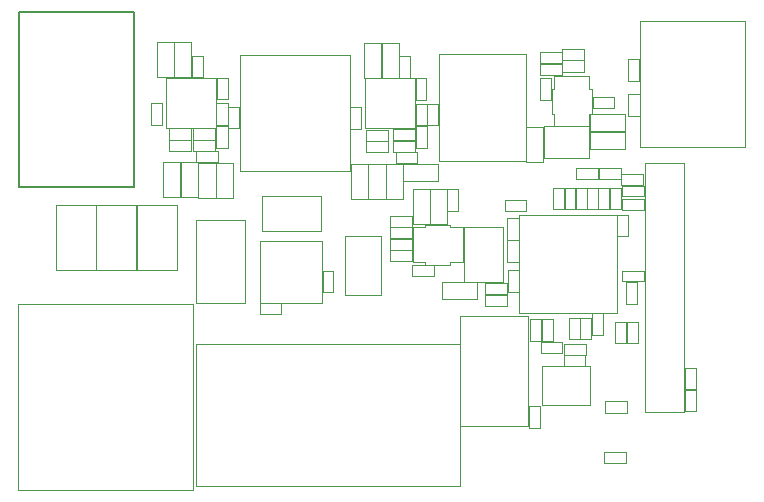
<source format=gbr>
%TF.GenerationSoftware,KiCad,Pcbnew,8.99.0-3334-g98ae574c78*%
%TF.CreationDate,2024-12-15T17:17:25-05:00*%
%TF.ProjectId,SmartPowerBoard,536d6172-7450-46f7-9765-72426f617264,rev?*%
%TF.SameCoordinates,Original*%
%TF.FileFunction,Other,User*%
%FSLAX46Y46*%
G04 Gerber Fmt 4.6, Leading zero omitted, Abs format (unit mm)*
G04 Created by KiCad (PCBNEW 8.99.0-3334-g98ae574c78) date 2024-12-15 17:17:25*
%MOMM*%
%LPD*%
G01*
G04 APERTURE LIST*
%ADD10C,0.050000*%
%ADD11C,0.100000*%
%ADD12C,0.127000*%
G04 APERTURE END LIST*
D10*
%TO.C,C27*%
X149060000Y-82780000D02*
X147240000Y-82780000D01*
X149060000Y-81860000D02*
X149060000Y-82780000D01*
X147240000Y-82780000D02*
X147240000Y-81860000D01*
X147240000Y-81860000D02*
X149060000Y-81860000D01*
%TO.C,C6*%
X165930000Y-82860000D02*
X164110000Y-82860000D01*
X165930000Y-81940000D02*
X165930000Y-82860000D01*
X164110000Y-82860000D02*
X164110000Y-81940000D01*
X164110000Y-81940000D02*
X165930000Y-81940000D01*
%TO.C,R10*%
X183828750Y-77027500D02*
X184768750Y-77027500D01*
X183828750Y-78887500D02*
X183828750Y-77027500D01*
X184768750Y-77027500D02*
X184768750Y-78887500D01*
X184768750Y-78887500D02*
X183828750Y-78887500D01*
%TO.C,R2*%
X161610000Y-81020000D02*
X163470000Y-81020000D01*
X161610000Y-81960000D02*
X161610000Y-81020000D01*
X163470000Y-81020000D02*
X163470000Y-81960000D01*
X163470000Y-81960000D02*
X161610000Y-81960000D01*
%TO.C,U5*%
X144640000Y-75645000D02*
X148890000Y-75645000D01*
X144640000Y-79895000D02*
X144640000Y-75645000D01*
X148890000Y-75645000D02*
X148890000Y-79895000D01*
X148890000Y-79895000D02*
X144640000Y-79895000D01*
%TO.C,R20*%
X171685000Y-93030000D02*
X173545000Y-93030000D01*
X171685000Y-93970000D02*
X171685000Y-93030000D01*
X173545000Y-93030000D02*
X173545000Y-93970000D01*
X173545000Y-93970000D02*
X171685000Y-93970000D01*
%TO.C,C24*%
X146915000Y-73770000D02*
X147835000Y-73770000D01*
X146915000Y-75590000D02*
X146915000Y-73770000D01*
X147835000Y-73770000D02*
X147835000Y-75590000D01*
X147835000Y-75590000D02*
X146915000Y-75590000D01*
%TO.C,C32*%
X180820000Y-77265000D02*
X182640000Y-77265000D01*
X180820000Y-78185000D02*
X180820000Y-77265000D01*
X182640000Y-77265000D02*
X182640000Y-78185000D01*
X182640000Y-78185000D02*
X180820000Y-78185000D01*
%TO.C,R19*%
X178350000Y-98180000D02*
X180210000Y-98180000D01*
X178350000Y-99120000D02*
X178350000Y-98180000D01*
X180210000Y-98180000D02*
X180210000Y-99120000D01*
X180210000Y-99120000D02*
X178350000Y-99120000D01*
%TO.C,R26*%
X148945000Y-77800000D02*
X149885000Y-77800000D01*
X148945000Y-79660000D02*
X148945000Y-77800000D01*
X149885000Y-77800000D02*
X149885000Y-79660000D01*
X149885000Y-79660000D02*
X148945000Y-79660000D01*
%TO.C,C45*%
X165540000Y-91515000D02*
X167360000Y-91515000D01*
X165540000Y-92435000D02*
X165540000Y-91515000D01*
X167360000Y-91515000D02*
X167360000Y-92435000D01*
X167360000Y-92435000D02*
X165540000Y-92435000D01*
%TO.C,L1*%
X167750000Y-73625000D02*
X175150000Y-73625000D01*
X167750000Y-82675000D02*
X167750000Y-73625000D01*
X175150000Y-73625000D02*
X175150000Y-82675000D01*
X175150000Y-82675000D02*
X167750000Y-82675000D01*
%TO.C,C36*%
X178415000Y-84935000D02*
X179335000Y-84935000D01*
X178415000Y-86755000D02*
X178415000Y-84935000D01*
X179335000Y-84935000D02*
X179335000Y-86755000D01*
X179335000Y-86755000D02*
X178415000Y-86755000D01*
%TO.C,C30*%
X145920000Y-82800000D02*
X147380000Y-82800000D01*
X145920000Y-85760000D02*
X145920000Y-82800000D01*
X147380000Y-82800000D02*
X147380000Y-85760000D01*
X147380000Y-85760000D02*
X145920000Y-85760000D01*
%TO.C,C37*%
X179365000Y-84935000D02*
X180285000Y-84935000D01*
X179365000Y-86755000D02*
X179365000Y-84935000D01*
X180285000Y-84935000D02*
X180285000Y-86755000D01*
X180285000Y-86755000D02*
X179365000Y-86755000D01*
%TO.C,U8*%
X165550000Y-88280000D02*
X165550000Y-91270000D01*
X165550000Y-91270000D02*
X166630000Y-91270000D01*
X166630000Y-88075000D02*
X166630000Y-88280000D01*
X166630000Y-88280000D02*
X165550000Y-88280000D01*
X166630000Y-91270000D02*
X166630000Y-91475000D01*
X166630000Y-91475000D02*
X168730000Y-91475000D01*
X168730000Y-88075000D02*
X166630000Y-88075000D01*
X168730000Y-88280000D02*
X168730000Y-88075000D01*
X168730000Y-91270000D02*
X169810000Y-91270000D01*
X168730000Y-91475000D02*
X168730000Y-91270000D01*
X169810000Y-88280000D02*
X168730000Y-88280000D01*
X169810000Y-91270000D02*
X169810000Y-88280000D01*
%TO.C,R34*%
X175505000Y-96085000D02*
X176445000Y-96085000D01*
X175505000Y-97945000D02*
X175505000Y-96085000D01*
X176445000Y-96085000D02*
X176445000Y-97945000D01*
X176445000Y-97945000D02*
X175505000Y-97945000D01*
%TO.C,C31*%
X144420000Y-82800000D02*
X145880000Y-82800000D01*
X144420000Y-85760000D02*
X144420000Y-82800000D01*
X145880000Y-82800000D02*
X145880000Y-85760000D01*
X145880000Y-85760000D02*
X144420000Y-85760000D01*
%TO.C,C12*%
X180335000Y-84937500D02*
X181255000Y-84937500D01*
X180335000Y-86757500D02*
X180335000Y-84937500D01*
X181255000Y-84937500D02*
X181255000Y-86757500D01*
X181255000Y-86757500D02*
X180335000Y-86757500D01*
%TO.C,C28*%
X148920000Y-82825000D02*
X150380000Y-82825000D01*
X148920000Y-85785000D02*
X148920000Y-82825000D01*
X150380000Y-82825000D02*
X150380000Y-85785000D01*
X150380000Y-85785000D02*
X148920000Y-85785000D01*
%TO.C,R1*%
X161610000Y-80030000D02*
X163470000Y-80030000D01*
X161610000Y-80970000D02*
X161610000Y-80030000D01*
X163470000Y-80030000D02*
X163470000Y-80970000D01*
X163470000Y-80970000D02*
X161610000Y-80970000D01*
%TO.C,C5*%
X165804663Y-75686885D02*
X166724663Y-75686885D01*
X165804663Y-77506885D02*
X165804663Y-75686885D01*
X166724663Y-75686885D02*
X166724663Y-77506885D01*
X166724663Y-77506885D02*
X165804663Y-77506885D01*
%TO.C,R33*%
X163645000Y-88305000D02*
X165505000Y-88305000D01*
X163645000Y-89245000D02*
X163645000Y-88305000D01*
X165505000Y-88305000D02*
X165505000Y-89245000D01*
X165505000Y-89245000D02*
X163645000Y-89245000D01*
%TO.C,J6*%
X132185000Y-94830000D02*
X146965000Y-94830000D01*
X132185000Y-110520000D02*
X132185000Y-94830000D01*
X146965000Y-94830000D02*
X146965000Y-110520000D01*
X146965000Y-110520000D02*
X132185000Y-110520000D01*
%TO.C,U1*%
X152632500Y-89445000D02*
X152632500Y-94705000D01*
X152632500Y-94705000D02*
X157892500Y-94705000D01*
X157892500Y-89445000D02*
X152632500Y-89445000D01*
X157892500Y-94705000D02*
X157892500Y-89445000D01*
%TO.C,C52*%
X188615000Y-100195000D02*
X188615000Y-102015000D01*
X188615000Y-102015000D02*
X189535000Y-102015000D01*
X189535000Y-100195000D02*
X188615000Y-100195000D01*
X189535000Y-102015000D02*
X189535000Y-100195000D01*
%TO.C,C2*%
X162920000Y-72670000D02*
X164380000Y-72670000D01*
X162920000Y-75630000D02*
X162920000Y-72670000D01*
X164380000Y-72670000D02*
X164380000Y-75630000D01*
X164380000Y-75630000D02*
X162920000Y-75630000D01*
%TO.C,U9*%
X188570000Y-82865000D02*
X185210000Y-82865000D01*
X185210000Y-103975000D01*
X188570000Y-103975000D01*
X188570000Y-82865000D01*
%TO.C,R3*%
X165805000Y-77820000D02*
X166745000Y-77820000D01*
X165805000Y-79680000D02*
X165805000Y-77820000D01*
X166745000Y-77820000D02*
X166745000Y-79680000D01*
X166745000Y-79680000D02*
X165805000Y-79680000D01*
D11*
%TO.C,J7*%
X147220000Y-98200000D02*
X169540000Y-98200000D01*
X147220000Y-110200000D02*
X147220000Y-98200000D01*
X169540000Y-98200000D02*
X169540000Y-110200000D01*
X169540000Y-110200000D02*
X147220000Y-110200000D01*
D10*
%TO.C,C34*%
X176390000Y-98040000D02*
X178210000Y-98040000D01*
X176390000Y-98960000D02*
X176390000Y-98040000D01*
X178210000Y-98040000D02*
X178210000Y-98960000D01*
X178210000Y-98960000D02*
X176390000Y-98960000D01*
%TO.C,R11*%
X183803750Y-74077500D02*
X184743750Y-74077500D01*
X183803750Y-75937500D02*
X183803750Y-74077500D01*
X184743750Y-74077500D02*
X184743750Y-75937500D01*
X184743750Y-75937500D02*
X183803750Y-75937500D01*
%TO.C,C50*%
X183215000Y-83765000D02*
X183215000Y-84685000D01*
X183215000Y-84685000D02*
X185035000Y-84685000D01*
X185035000Y-83765000D02*
X183215000Y-83765000D01*
X185035000Y-84685000D02*
X185035000Y-83765000D01*
%TO.C,C12*%
X179760000Y-95947500D02*
X180680000Y-95947500D01*
X179760000Y-97767500D02*
X179760000Y-95947500D01*
X180680000Y-95947500D02*
X180680000Y-97767500D01*
X180680000Y-97767500D02*
X179760000Y-97767500D01*
%TO.C,SW1*%
X138775000Y-86425000D02*
X142175000Y-86425000D01*
X138775000Y-91925000D02*
X138775000Y-86425000D01*
X142175000Y-86425000D02*
X142175000Y-91925000D01*
X142175000Y-91925000D02*
X138775000Y-91925000D01*
%TO.C,R12*%
X178230000Y-74175000D02*
X180090000Y-74175000D01*
X178230000Y-75115000D02*
X178230000Y-74175000D01*
X180090000Y-74175000D02*
X180090000Y-75115000D01*
X180090000Y-75115000D02*
X178230000Y-75115000D01*
%TO.C,C20*%
X180545000Y-78695000D02*
X183505000Y-78695000D01*
X180545000Y-80155000D02*
X180545000Y-78695000D01*
X183505000Y-78695000D02*
X183505000Y-80155000D01*
X183505000Y-80155000D02*
X180545000Y-80155000D01*
%TO.C,R43*%
X183245000Y-85880000D02*
X183245000Y-86820000D01*
X183245000Y-86820000D02*
X185105000Y-86820000D01*
X185105000Y-85880000D02*
X183245000Y-85880000D01*
X185105000Y-86820000D02*
X185105000Y-85880000D01*
D12*
%TO.C,J1*%
X132265358Y-70110000D02*
X132265358Y-84890001D01*
X132265358Y-84890001D02*
X141955343Y-84890001D01*
X141955343Y-70110000D02*
X132265358Y-70110000D01*
X141955343Y-84890001D02*
X141955343Y-70110000D01*
D10*
%TO.C,R14*%
X147235000Y-87705000D02*
X151335000Y-87705000D01*
X147235000Y-94705000D02*
X147235000Y-87705000D01*
X151335000Y-87705000D02*
X151335000Y-94705000D01*
X151335000Y-94705000D02*
X147235000Y-94705000D01*
D11*
%TO.C,L2*%
X150925000Y-73750000D02*
X160225000Y-73750000D01*
X150925000Y-83550000D02*
X150925000Y-73750000D01*
X160225000Y-73750000D02*
X160225000Y-83550000D01*
X160225000Y-83550000D02*
X150925000Y-83550000D01*
D10*
%TO.C,C19*%
X180545000Y-80195000D02*
X183505000Y-80195000D01*
X180545000Y-81655000D02*
X180545000Y-80195000D01*
X183505000Y-80195000D02*
X183505000Y-81655000D01*
X183505000Y-81655000D02*
X180545000Y-81655000D01*
%TO.C,C1*%
X161420000Y-72670000D02*
X162880000Y-72670000D01*
X161420000Y-75630000D02*
X161420000Y-72670000D01*
X162880000Y-72670000D02*
X162880000Y-75630000D01*
X162880000Y-75630000D02*
X161420000Y-75630000D01*
%TO.C,R21*%
X171685000Y-94005000D02*
X173545000Y-94005000D01*
X171685000Y-94945000D02*
X171685000Y-94005000D01*
X173545000Y-94005000D02*
X173545000Y-94945000D01*
X173545000Y-94945000D02*
X171685000Y-94945000D01*
%TO.C,C49*%
X183290000Y-84765000D02*
X183290000Y-85685000D01*
X183290000Y-85685000D02*
X185110000Y-85685000D01*
X185110000Y-84765000D02*
X183290000Y-84765000D01*
X185110000Y-85685000D02*
X185110000Y-84765000D01*
%TO.C,R4*%
X165805000Y-79730000D02*
X166745000Y-79730000D01*
X165805000Y-81590000D02*
X165805000Y-79730000D01*
X166745000Y-79730000D02*
X166745000Y-81590000D01*
X166745000Y-81590000D02*
X165805000Y-81590000D01*
%TO.C,R37*%
X173580000Y-87505000D02*
X174520000Y-87505000D01*
X173580000Y-89365000D02*
X173580000Y-87505000D01*
X174520000Y-87505000D02*
X174520000Y-89365000D01*
X174520000Y-89365000D02*
X173580000Y-89365000D01*
%TO.C,C17*%
X176325000Y-75695000D02*
X177245000Y-75695000D01*
X176325000Y-77515000D02*
X176325000Y-75695000D01*
X177245000Y-75695000D02*
X177245000Y-77515000D01*
X177245000Y-77515000D02*
X176325000Y-77515000D01*
%TO.C,C14*%
X181290000Y-84940000D02*
X182210000Y-84940000D01*
X181290000Y-86760000D02*
X181290000Y-84940000D01*
X182210000Y-84940000D02*
X182210000Y-86760000D01*
X182210000Y-86760000D02*
X181290000Y-86760000D01*
%TO.C,C46*%
X168045000Y-92920000D02*
X171005000Y-92920000D01*
X168045000Y-94380000D02*
X168045000Y-92920000D01*
X171005000Y-92920000D02*
X171005000Y-94380000D01*
X171005000Y-94380000D02*
X168045000Y-94380000D01*
%TO.C,C43*%
X167020000Y-85095000D02*
X168480000Y-85095000D01*
X167020000Y-88055000D02*
X167020000Y-85095000D01*
X168480000Y-85095000D02*
X168480000Y-88055000D01*
X168480000Y-88055000D02*
X167020000Y-88055000D01*
%TO.C,C33*%
X178348750Y-99140000D02*
X180168750Y-99140000D01*
X178348750Y-100060000D02*
X178348750Y-99140000D01*
X180168750Y-99140000D02*
X180168750Y-100060000D01*
X180168750Y-100060000D02*
X178348750Y-100060000D01*
%TO.C,C22*%
X145370000Y-72645000D02*
X146830000Y-72645000D01*
X145370000Y-75605000D02*
X145370000Y-72645000D01*
X146830000Y-72645000D02*
X146830000Y-75605000D01*
X146830000Y-75605000D02*
X145370000Y-75605000D01*
%TO.C,R35*%
X176505000Y-96085000D02*
X177445000Y-96085000D01*
X176505000Y-97945000D02*
X176505000Y-96085000D01*
X177445000Y-96085000D02*
X177445000Y-97945000D01*
X177445000Y-97945000D02*
X176505000Y-97945000D01*
%TO.C,R31*%
X163645000Y-89280000D02*
X165505000Y-89280000D01*
X163645000Y-90220000D02*
X163645000Y-89280000D01*
X165505000Y-89280000D02*
X165505000Y-90220000D01*
X165505000Y-90220000D02*
X163645000Y-90220000D01*
%TO.C,U2*%
X177325000Y-76570000D02*
X177325000Y-78670000D01*
X177325000Y-78670000D02*
X177530000Y-78670000D01*
X177530000Y-75490000D02*
X177530000Y-76570000D01*
X177530000Y-76570000D02*
X177325000Y-76570000D01*
X177530000Y-78670000D02*
X177530000Y-79750000D01*
X177530000Y-79750000D02*
X180520000Y-79750000D01*
X180520000Y-75490000D02*
X177530000Y-75490000D01*
X180520000Y-76570000D02*
X180520000Y-75490000D01*
X180520000Y-78670000D02*
X180725000Y-78670000D01*
X180520000Y-79750000D02*
X180520000Y-78670000D01*
X180725000Y-76570000D02*
X180520000Y-76570000D01*
X180725000Y-78670000D02*
X180725000Y-76570000D01*
%TO.C,C7*%
X163300000Y-82915000D02*
X164760000Y-82915000D01*
X163300000Y-85875000D02*
X163300000Y-82915000D01*
X164760000Y-82915000D02*
X164760000Y-85875000D01*
X164760000Y-85875000D02*
X163300000Y-85875000D01*
%TO.C,C44*%
X168490000Y-85095000D02*
X169410000Y-85095000D01*
X168490000Y-86915000D02*
X168490000Y-85095000D01*
X169410000Y-85095000D02*
X169410000Y-86915000D01*
X169410000Y-86915000D02*
X168490000Y-86915000D01*
%TO.C,C8*%
X164775000Y-82915000D02*
X167735000Y-82915000D01*
X164775000Y-84375000D02*
X164775000Y-82915000D01*
X167735000Y-82915000D02*
X167735000Y-84375000D01*
X167735000Y-84375000D02*
X164775000Y-84375000D01*
%TO.C,C15*%
X182865000Y-87245000D02*
X183785000Y-87245000D01*
X182865000Y-89065000D02*
X182865000Y-87245000D01*
X183785000Y-87245000D02*
X183785000Y-89065000D01*
X183785000Y-89065000D02*
X182865000Y-89065000D01*
%TO.C,C42*%
X165545000Y-85095000D02*
X167005000Y-85095000D01*
X165545000Y-88055000D02*
X165545000Y-85095000D01*
X167005000Y-85095000D02*
X167005000Y-88055000D01*
X167005000Y-88055000D02*
X165545000Y-88055000D01*
%TO.C,SW3*%
X135325000Y-86425000D02*
X138725000Y-86425000D01*
X135325000Y-91925000D02*
X135325000Y-86425000D01*
X138725000Y-86425000D02*
X138725000Y-91925000D01*
X138725000Y-91925000D02*
X135325000Y-91925000D01*
%TO.C,R22*%
X144935000Y-79930000D02*
X146795000Y-79930000D01*
X144935000Y-80870000D02*
X144935000Y-79930000D01*
X146795000Y-79930000D02*
X146795000Y-80870000D01*
X146795000Y-80870000D02*
X144935000Y-80870000D01*
%TO.C,R17*%
X176320000Y-74465000D02*
X178180000Y-74465000D01*
X176320000Y-75405000D02*
X176320000Y-74465000D01*
X178180000Y-74465000D02*
X178180000Y-75405000D01*
X178180000Y-75405000D02*
X176320000Y-75405000D01*
%TO.C,C18*%
X175170000Y-79770000D02*
X176630000Y-79770000D01*
X175170000Y-82730000D02*
X175170000Y-79770000D01*
X176630000Y-79770000D02*
X176630000Y-82730000D01*
X176630000Y-82730000D02*
X175170000Y-82730000D01*
%TO.C,R28*%
X146945000Y-80895000D02*
X148805000Y-80895000D01*
X146945000Y-81835000D02*
X146945000Y-80895000D01*
X148805000Y-80895000D02*
X148805000Y-81835000D01*
X148805000Y-81835000D02*
X146945000Y-81835000D01*
%TO.C,Y1*%
X176500000Y-100060000D02*
X180600000Y-100060000D01*
X176500000Y-103360000D02*
X176500000Y-100060000D01*
X176500000Y-103360000D02*
X180600000Y-103360000D01*
X180600000Y-100060000D02*
X180600000Y-103360000D01*
%TO.C,U6*%
X174570000Y-87295000D02*
X174570000Y-95555000D01*
X174570000Y-95555000D02*
X182830000Y-95555000D01*
X182830000Y-87295000D02*
X174570000Y-87295000D01*
X182830000Y-95555000D02*
X182830000Y-87295000D01*
%TO.C,R16*%
X176320000Y-73490000D02*
X178180000Y-73490000D01*
X176320000Y-74430000D02*
X176320000Y-73490000D01*
X178180000Y-73490000D02*
X178180000Y-74430000D01*
X178180000Y-74430000D02*
X176320000Y-74430000D01*
%TO.C,C40*%
X173615000Y-91945000D02*
X174535000Y-91945000D01*
X173615000Y-93765000D02*
X173615000Y-91945000D01*
X174535000Y-91945000D02*
X174535000Y-93765000D01*
X174535000Y-93765000D02*
X173615000Y-93765000D01*
%TO.C,R39*%
X180700000Y-95595000D02*
X181640000Y-95595000D01*
X180700000Y-97455000D02*
X180700000Y-95595000D01*
X181640000Y-95595000D02*
X181640000Y-97455000D01*
X181640000Y-97455000D02*
X180700000Y-97455000D01*
%TO.C,R40*%
X179428750Y-83302500D02*
X181288750Y-83302500D01*
X179428750Y-84242500D02*
X179428750Y-83302500D01*
X181288750Y-83302500D02*
X181288750Y-84242500D01*
X181288750Y-84242500D02*
X179428750Y-84242500D01*
%TO.C,R13*%
X152812500Y-85625000D02*
X157812500Y-85625000D01*
X152812500Y-88625000D02*
X152812500Y-85625000D01*
X157812500Y-85625000D02*
X157812500Y-88625000D01*
X157812500Y-88625000D02*
X152812500Y-88625000D01*
%TO.C,C26*%
X149935000Y-78090000D02*
X150855000Y-78090000D01*
X149935000Y-79910000D02*
X149935000Y-78090000D01*
X150855000Y-78090000D02*
X150855000Y-79910000D01*
X150855000Y-79910000D02*
X149935000Y-79910000D01*
%TO.C,C29*%
X147420000Y-82825000D02*
X148880000Y-82825000D01*
X147420000Y-85785000D02*
X147420000Y-82825000D01*
X148880000Y-82825000D02*
X148880000Y-85785000D01*
X148880000Y-85785000D02*
X147420000Y-85785000D01*
%TO.C,R29*%
X146945000Y-79930000D02*
X148805000Y-79930000D01*
X146945000Y-80870000D02*
X146945000Y-79930000D01*
X148805000Y-79930000D02*
X148805000Y-80870000D01*
X148805000Y-80870000D02*
X146945000Y-80870000D01*
%TO.C,C13*%
X173365000Y-86015000D02*
X175185000Y-86015000D01*
X173365000Y-86935000D02*
X173365000Y-86015000D01*
X175185000Y-86015000D02*
X175185000Y-86935000D01*
X175185000Y-86935000D02*
X173365000Y-86935000D01*
%TO.C,L4*%
X169900000Y-88250000D02*
X173200000Y-88250000D01*
X169900000Y-92900000D02*
X169900000Y-88250000D01*
X173200000Y-88250000D02*
X173200000Y-92900000D01*
X173200000Y-92900000D02*
X169900000Y-92900000D01*
%TO.C,R7*%
X163885000Y-79980000D02*
X165745000Y-79980000D01*
X163885000Y-80920000D02*
X163885000Y-79980000D01*
X165745000Y-79980000D02*
X165745000Y-80920000D01*
X165745000Y-80920000D02*
X163885000Y-80920000D01*
%TO.C,R38*%
X173580000Y-89405000D02*
X174520000Y-89405000D01*
X173580000Y-91265000D02*
X173580000Y-89405000D01*
X174520000Y-89405000D02*
X174520000Y-91265000D01*
X174520000Y-91265000D02*
X173580000Y-91265000D01*
%TO.C,R36*%
X163645000Y-87330000D02*
X165505000Y-87330000D01*
X163645000Y-88270000D02*
X163645000Y-87330000D01*
X165505000Y-87330000D02*
X165505000Y-88270000D01*
X165505000Y-88270000D02*
X163645000Y-88270000D01*
%TO.C,R27*%
X143380000Y-77780000D02*
X144320000Y-77780000D01*
X143380000Y-79640000D02*
X143380000Y-77780000D01*
X144320000Y-77780000D02*
X144320000Y-79640000D01*
X144320000Y-79640000D02*
X143380000Y-79640000D01*
%TO.C,C47*%
X182730000Y-96300000D02*
X182730000Y-98120000D01*
X182730000Y-98120000D02*
X183650000Y-98120000D01*
X183650000Y-96300000D02*
X182730000Y-96300000D01*
X183650000Y-98120000D02*
X183650000Y-96300000D01*
%TO.C,R5*%
X160270000Y-78080000D02*
X161210000Y-78080000D01*
X160270000Y-79940000D02*
X160270000Y-78080000D01*
X161210000Y-78080000D02*
X161210000Y-79940000D01*
X161210000Y-79940000D02*
X160270000Y-79940000D01*
%TO.C,L3*%
X176637000Y-79765000D02*
X176637000Y-82435000D01*
X180507000Y-79765000D02*
X176637000Y-79765000D01*
X180507000Y-79765000D02*
X180507000Y-82435000D01*
X180507000Y-82435000D02*
X176637000Y-82435000D01*
%TO.C,R42*%
X181860000Y-103045000D02*
X181860000Y-103985000D01*
X181860000Y-103985000D02*
X183720000Y-103985000D01*
X183720000Y-103045000D02*
X181860000Y-103045000D01*
X183720000Y-103985000D02*
X183720000Y-103045000D01*
%TO.C,C35*%
X175390000Y-103435000D02*
X176310000Y-103435000D01*
X175390000Y-105255000D02*
X175390000Y-103435000D01*
X176310000Y-103435000D02*
X176310000Y-105255000D01*
X176310000Y-105255000D02*
X175390000Y-105255000D01*
%TO.C,R8*%
X157927500Y-91985000D02*
X158847500Y-91985000D01*
X157927500Y-93805000D02*
X157927500Y-91985000D01*
X158847500Y-91985000D02*
X158847500Y-93805000D01*
X158847500Y-93805000D02*
X157927500Y-93805000D01*
%TO.C,C48*%
X183680000Y-96300000D02*
X183680000Y-98120000D01*
X183680000Y-98120000D02*
X184600000Y-98120000D01*
X184600000Y-96300000D02*
X183680000Y-96300000D01*
X184600000Y-98120000D02*
X184600000Y-96300000D01*
%TO.C,R9*%
X178230000Y-73200000D02*
X180090000Y-73200000D01*
X178230000Y-74140000D02*
X178230000Y-73200000D01*
X180090000Y-73200000D02*
X180090000Y-74140000D01*
X180090000Y-74140000D02*
X178230000Y-74140000D01*
%TO.C,SW2*%
X142225000Y-86425000D02*
X145625000Y-86425000D01*
X142225000Y-91925000D02*
X142225000Y-86425000D01*
X145625000Y-86425000D02*
X145625000Y-91925000D01*
X145625000Y-91925000D02*
X142225000Y-91925000D01*
%TO.C,R24*%
X144935000Y-80920000D02*
X146795000Y-80920000D01*
X144935000Y-81860000D02*
X144935000Y-80920000D01*
X146795000Y-80920000D02*
X146795000Y-81860000D01*
X146795000Y-81860000D02*
X144935000Y-81860000D01*
%TO.C,U4*%
X161509663Y-75681885D02*
X165759663Y-75681885D01*
X161509663Y-79931885D02*
X161509663Y-75681885D01*
X165759663Y-75681885D02*
X165759663Y-79931885D01*
X165759663Y-79931885D02*
X161509663Y-79931885D01*
%TO.C,U7*%
X169585000Y-95850000D02*
X169585000Y-105150000D01*
X169585000Y-105150000D02*
X175305000Y-105150000D01*
X175305000Y-95850000D02*
X169585000Y-95850000D01*
X175305000Y-105150000D02*
X175305000Y-95850000D01*
%TO.C,J2*%
X184793750Y-81492500D02*
X193733750Y-81492500D01*
X193733750Y-70852500D01*
X184793750Y-70852500D01*
X184793750Y-81492500D01*
%TO.C,C38*%
X178790000Y-95945000D02*
X179710000Y-95945000D01*
X178790000Y-97765000D02*
X178790000Y-95945000D01*
X179710000Y-95945000D02*
X179710000Y-97765000D01*
X179710000Y-97765000D02*
X178790000Y-97765000D01*
%TO.C,C21*%
X152602500Y-94740000D02*
X154422500Y-94740000D01*
X152602500Y-95660000D02*
X152602500Y-94740000D01*
X154422500Y-94740000D02*
X154422500Y-95660000D01*
X154422500Y-95660000D02*
X152602500Y-95660000D01*
%TO.C,C51*%
X188615000Y-102045000D02*
X188615000Y-103865000D01*
X188615000Y-103865000D02*
X189535000Y-103865000D01*
X189535000Y-102045000D02*
X188615000Y-102045000D01*
X189535000Y-103865000D02*
X189535000Y-102045000D01*
%TO.C,R18*%
X183630000Y-92945000D02*
X183630000Y-94805000D01*
X183630000Y-94805000D02*
X184570000Y-94805000D01*
X184570000Y-92945000D02*
X183630000Y-92945000D01*
X184570000Y-94805000D02*
X184570000Y-92945000D01*
%TO.C,R6*%
X163885000Y-80970000D02*
X165745000Y-80970000D01*
X163885000Y-81910000D02*
X163885000Y-80970000D01*
X165745000Y-80970000D02*
X165745000Y-81910000D01*
X165745000Y-81910000D02*
X163885000Y-81910000D01*
%TO.C,C11*%
X177465000Y-84935000D02*
X178385000Y-84935000D01*
X177465000Y-86755000D02*
X177465000Y-84935000D01*
X178385000Y-84935000D02*
X178385000Y-86755000D01*
X178385000Y-86755000D02*
X177465000Y-86755000D01*
%TO.C,R44*%
X181785000Y-107340000D02*
X181785000Y-108280000D01*
X181785000Y-108280000D02*
X183645000Y-108280000D01*
X183645000Y-107340000D02*
X181785000Y-107340000D01*
X183645000Y-108280000D02*
X183645000Y-107340000D01*
%TO.C,C23*%
X143870000Y-72645000D02*
X145330000Y-72645000D01*
X143870000Y-75605000D02*
X143870000Y-72645000D01*
X145330000Y-72645000D02*
X145330000Y-75605000D01*
X145330000Y-75605000D02*
X143870000Y-75605000D01*
%TO.C,R25*%
X148945000Y-79710000D02*
X149885000Y-79710000D01*
X148945000Y-81570000D02*
X148945000Y-79710000D01*
X149885000Y-79710000D02*
X149885000Y-81570000D01*
X149885000Y-81570000D02*
X148945000Y-81570000D01*
%TO.C,C4*%
X166795000Y-77820000D02*
X167715000Y-77820000D01*
X166795000Y-79640000D02*
X166795000Y-77820000D01*
X167715000Y-77820000D02*
X167715000Y-79640000D01*
X167715000Y-79640000D02*
X166795000Y-79640000D01*
%TO.C,C25*%
X148965000Y-75640000D02*
X149885000Y-75640000D01*
X148965000Y-77460000D02*
X148965000Y-75640000D01*
X149885000Y-75640000D02*
X149885000Y-77460000D01*
X149885000Y-77460000D02*
X148965000Y-77460000D01*
%TO.C,C9*%
X161800000Y-82915000D02*
X163260000Y-82915000D01*
X161800000Y-85875000D02*
X161800000Y-82915000D01*
X163260000Y-82915000D02*
X163260000Y-85875000D01*
X163260000Y-85875000D02*
X161800000Y-85875000D01*
%TO.C,C3*%
X164415000Y-73815000D02*
X165335000Y-73815000D01*
X164415000Y-75635000D02*
X164415000Y-73815000D01*
X165335000Y-73815000D02*
X165335000Y-75635000D01*
X165335000Y-75635000D02*
X164415000Y-75635000D01*
%TO.C,C39*%
X183285000Y-91965000D02*
X185105000Y-91965000D01*
X183285000Y-92885000D02*
X183285000Y-91965000D01*
X185105000Y-91965000D02*
X185105000Y-92885000D01*
X185105000Y-92885000D02*
X183285000Y-92885000D01*
%TO.C,R32*%
X163645000Y-90255000D02*
X165505000Y-90255000D01*
X163645000Y-91195000D02*
X163645000Y-90255000D01*
X165505000Y-90255000D02*
X165505000Y-91195000D01*
X165505000Y-91195000D02*
X163645000Y-91195000D01*
%TO.C,C10*%
X160300000Y-82915000D02*
X161760000Y-82915000D01*
X160300000Y-85875000D02*
X160300000Y-82915000D01*
X161760000Y-82915000D02*
X161760000Y-85875000D01*
X161760000Y-85875000D02*
X160300000Y-85875000D01*
%TO.C,R41*%
X181343750Y-83287500D02*
X183203750Y-83287500D01*
X181343750Y-84227500D02*
X181343750Y-83287500D01*
X183203750Y-83287500D02*
X183203750Y-84227500D01*
X183203750Y-84227500D02*
X181343750Y-84227500D01*
%TO.C,R15*%
X159862500Y-89050000D02*
X162862500Y-89050000D01*
X159862500Y-94050000D02*
X159862500Y-89050000D01*
X162862500Y-89050000D02*
X162862500Y-94050000D01*
X162862500Y-94050000D02*
X159862500Y-94050000D01*
%TO.C,C16*%
X182265000Y-84965000D02*
X183185000Y-84965000D01*
X182265000Y-86785000D02*
X182265000Y-84965000D01*
X183185000Y-84965000D02*
X183185000Y-86785000D01*
X183185000Y-86785000D02*
X182265000Y-86785000D01*
%TD*%
M02*

</source>
